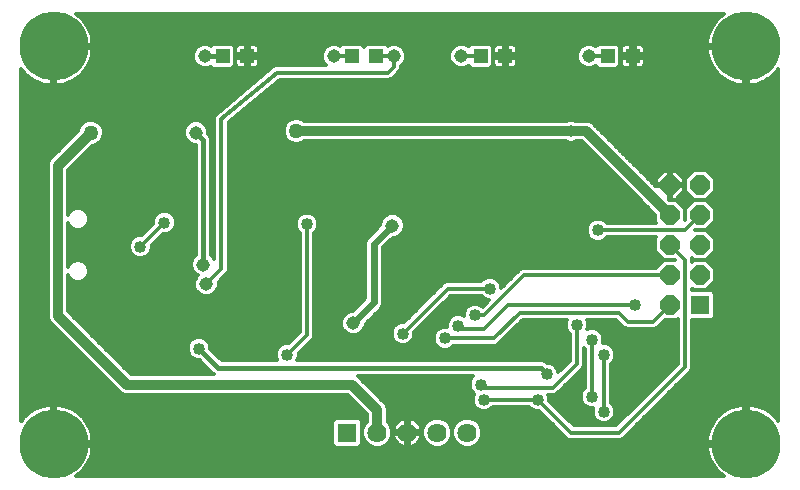
<source format=gbl>
G75*
G70*
%OFA0B0*%
%FSLAX24Y24*%
%IPPOS*%
%LPD*%
%AMOC8*
5,1,8,0,0,1.08239X$1,22.5*
%
%ADD10R,0.0472X0.0472*%
%ADD11C,0.2300*%
%ADD12R,0.0640X0.0640*%
%ADD13OC8,0.0640*%
%ADD14C,0.0640*%
%ADD15C,0.0120*%
%ADD16C,0.0450*%
%ADD17C,0.0400*%
%ADD18C,0.0500*%
%ADD19C,0.0320*%
%ADD20C,0.0240*%
%ADD21C,0.0160*%
D10*
X008313Y019213D03*
X009140Y019213D03*
X012613Y019213D03*
X013440Y019213D03*
X016913Y019213D03*
X017740Y019213D03*
X021163Y019213D03*
X021990Y019213D03*
D11*
X025772Y019537D03*
X002681Y019537D03*
X002681Y006289D03*
X025772Y006289D03*
D12*
X024226Y010913D03*
X012476Y006663D03*
D13*
X023226Y010913D03*
X023226Y011913D03*
X024226Y011913D03*
X024226Y012913D03*
X023226Y012913D03*
X023226Y013913D03*
X024226Y013913D03*
X024226Y014913D03*
X023226Y014913D03*
D14*
X016476Y006663D03*
X015476Y006663D03*
X014476Y006663D03*
X013476Y006663D03*
D15*
X003462Y005236D02*
X003438Y005219D01*
X025015Y005219D01*
X024990Y005236D01*
X024891Y005318D01*
X024800Y005409D01*
X024718Y005508D01*
X024647Y005615D01*
X024586Y005729D01*
X024537Y005847D01*
X024499Y005971D01*
X024474Y006097D01*
X024462Y006225D01*
X024462Y006229D01*
X025712Y006229D01*
X025712Y006349D01*
X024462Y006349D01*
X024462Y006354D01*
X024474Y006482D01*
X024499Y006608D01*
X024537Y006731D01*
X024586Y006850D01*
X024647Y006964D01*
X024718Y007071D01*
X024800Y007170D01*
X024891Y007261D01*
X024990Y007343D01*
X025097Y007414D01*
X025211Y007475D01*
X025330Y007524D01*
X025453Y007562D01*
X025579Y007587D01*
X025707Y007599D01*
X025712Y007599D01*
X025712Y006350D01*
X025832Y006350D01*
X025832Y007599D01*
X025836Y007599D01*
X025964Y007587D01*
X026090Y007562D01*
X026214Y007524D01*
X026332Y007475D01*
X026446Y007414D01*
X026553Y007343D01*
X026653Y007261D01*
X026744Y007170D01*
X026825Y007071D01*
X026842Y007046D01*
X026842Y018781D01*
X026825Y018756D01*
X026744Y018657D01*
X026653Y018566D01*
X026553Y018484D01*
X026446Y018412D01*
X026332Y018352D01*
X026214Y018302D01*
X026090Y018265D01*
X025964Y018240D01*
X025836Y018227D01*
X025832Y018227D01*
X025832Y019477D01*
X025712Y019477D01*
X025712Y018227D01*
X025707Y018227D01*
X025579Y018240D01*
X025453Y018265D01*
X025330Y018302D01*
X025211Y018352D01*
X025097Y018412D01*
X024990Y018484D01*
X024891Y018566D01*
X024800Y018657D01*
X024718Y018756D01*
X024647Y018863D01*
X024586Y018977D01*
X024537Y019096D01*
X024499Y019219D01*
X024474Y019345D01*
X024462Y019473D01*
X024462Y019477D01*
X025712Y019477D01*
X025712Y019597D01*
X024462Y019597D01*
X024462Y019602D01*
X024474Y019730D01*
X024499Y019856D01*
X024537Y019979D01*
X024586Y020098D01*
X024647Y020212D01*
X024718Y020319D01*
X024800Y020418D01*
X024891Y020509D01*
X024990Y020591D01*
X025015Y020607D01*
X003438Y020607D01*
X003462Y020591D01*
X003562Y020509D01*
X003653Y020418D01*
X003735Y020319D01*
X003806Y020212D01*
X003867Y020098D01*
X003916Y019979D01*
X003953Y019856D01*
X003979Y019730D01*
X003991Y019602D01*
X003991Y019597D01*
X002741Y019597D01*
X002741Y019477D01*
X002741Y018227D01*
X002746Y018227D01*
X002874Y018240D01*
X003000Y018265D01*
X003123Y018302D01*
X003242Y018352D01*
X003355Y018412D01*
X003462Y018484D01*
X003562Y018566D01*
X003653Y018657D01*
X003735Y018756D01*
X003806Y018863D01*
X003867Y018977D01*
X003916Y019096D01*
X003953Y019219D01*
X003979Y019345D01*
X003991Y019473D01*
X003991Y019477D01*
X002741Y019477D01*
X002621Y019477D01*
X002621Y018227D01*
X002617Y018227D01*
X002489Y018240D01*
X002362Y018265D01*
X002239Y018302D01*
X002120Y018352D01*
X002007Y018412D01*
X001900Y018484D01*
X001800Y018566D01*
X001709Y018657D01*
X001628Y018756D01*
X001611Y018781D01*
X001611Y007046D01*
X001628Y007071D01*
X001709Y007170D01*
X001800Y007261D01*
X001900Y007343D01*
X002007Y007414D01*
X002120Y007475D01*
X002239Y007524D01*
X002362Y007562D01*
X002489Y007587D01*
X002617Y007599D01*
X002621Y007599D01*
X002621Y006350D01*
X002741Y006350D01*
X002741Y007599D01*
X002746Y007599D01*
X002874Y007587D01*
X003000Y007562D01*
X003123Y007524D01*
X003242Y007475D01*
X003355Y007414D01*
X003462Y007343D01*
X003562Y007261D01*
X003653Y007170D01*
X003735Y007071D01*
X003806Y006964D01*
X003867Y006850D01*
X003916Y006731D01*
X003953Y006608D01*
X003979Y006482D01*
X003991Y006354D01*
X003991Y006349D01*
X002741Y006349D01*
X002741Y006229D01*
X003991Y006229D01*
X003991Y006225D01*
X003979Y006097D01*
X003953Y005971D01*
X003916Y005847D01*
X003867Y005729D01*
X003806Y005615D01*
X003735Y005508D01*
X003653Y005409D01*
X003562Y005318D01*
X003462Y005236D01*
X003512Y005276D02*
X024941Y005276D01*
X024813Y005395D02*
X003639Y005395D01*
X003738Y005514D02*
X024715Y005514D01*
X024638Y005632D02*
X003815Y005632D01*
X003876Y005751D02*
X024577Y005751D01*
X024530Y005869D02*
X003923Y005869D01*
X003957Y005988D02*
X024496Y005988D01*
X024473Y006106D02*
X003979Y006106D01*
X003991Y006225D02*
X012020Y006225D01*
X011976Y006269D02*
X012082Y006163D01*
X012871Y006163D01*
X012976Y006269D01*
X012976Y007058D01*
X012871Y007163D01*
X012082Y007163D01*
X011976Y007058D01*
X011976Y006269D01*
X011976Y006343D02*
X002741Y006343D01*
X002741Y006462D02*
X002621Y006462D01*
X002621Y006580D02*
X002741Y006580D01*
X002741Y006699D02*
X002621Y006699D01*
X002621Y006818D02*
X002741Y006818D01*
X002741Y006936D02*
X002621Y006936D01*
X002621Y007055D02*
X002741Y007055D01*
X002741Y007173D02*
X002621Y007173D01*
X002621Y007292D02*
X002741Y007292D01*
X002741Y007410D02*
X002621Y007410D01*
X002621Y007529D02*
X002741Y007529D01*
X003108Y007529D02*
X012880Y007529D01*
X012762Y007647D02*
X001611Y007647D01*
X001611Y007529D02*
X002254Y007529D01*
X002001Y007410D02*
X001611Y007410D01*
X001611Y007292D02*
X001838Y007292D01*
X001712Y007173D02*
X001611Y007173D01*
X001611Y007055D02*
X001617Y007055D01*
X001611Y007766D02*
X012643Y007766D01*
X012525Y007884D02*
X001611Y007884D01*
X001611Y008003D02*
X004906Y008003D01*
X004934Y007975D02*
X005059Y007923D01*
X005194Y007923D01*
X012486Y007923D01*
X013136Y007273D01*
X013136Y007030D01*
X013053Y006947D01*
X012976Y006763D01*
X012976Y006564D01*
X013053Y006380D01*
X013193Y006239D01*
X013377Y006163D01*
X013576Y006163D01*
X013760Y006239D01*
X013900Y006380D01*
X013976Y006564D01*
X013976Y006763D01*
X013900Y006947D01*
X013816Y007030D01*
X013816Y007346D01*
X013816Y007481D01*
X013765Y007606D01*
X012819Y008552D01*
X012815Y008553D01*
X016679Y008553D01*
X016604Y008479D01*
X016546Y008339D01*
X016546Y008188D01*
X016604Y008048D01*
X016695Y007957D01*
X016646Y007839D01*
X016646Y007688D01*
X016704Y007548D01*
X016811Y007441D01*
X016951Y007383D01*
X017102Y007383D01*
X017242Y007441D01*
X017324Y007523D01*
X018529Y007523D01*
X018611Y007441D01*
X018751Y007383D01*
X018867Y007383D01*
X019790Y006460D01*
X019879Y006423D01*
X019974Y006423D01*
X021479Y006423D01*
X021574Y006423D01*
X021662Y006460D01*
X023862Y008660D01*
X023862Y008660D01*
X023930Y008727D01*
X023966Y008816D01*
X023966Y010413D01*
X024621Y010413D01*
X024726Y010519D01*
X024726Y011308D01*
X024621Y011413D01*
X023966Y011413D01*
X023966Y011466D01*
X024019Y011413D01*
X024434Y011413D01*
X024726Y011706D01*
X024726Y012120D01*
X024434Y012413D01*
X024726Y012706D01*
X024726Y013120D01*
X024434Y013413D01*
X024726Y013706D01*
X024726Y014120D01*
X024434Y014413D01*
X024726Y014706D01*
X024726Y015120D01*
X024434Y015413D01*
X024019Y015413D01*
X023726Y015120D01*
X023726Y014706D01*
X024019Y014413D01*
X024434Y014413D01*
X024019Y014413D01*
X023726Y014120D01*
X023434Y014413D01*
X023207Y014413D01*
X023186Y014434D01*
X023186Y014873D01*
X022747Y014873D01*
X020715Y016906D01*
X020619Y017002D01*
X020494Y017053D01*
X020099Y017053D01*
X020002Y017093D01*
X019851Y017093D01*
X019754Y017053D01*
X011045Y017053D01*
X011020Y017078D01*
X010862Y017143D01*
X010691Y017143D01*
X010533Y017078D01*
X010412Y016957D01*
X010346Y016799D01*
X010346Y016628D01*
X010412Y016470D01*
X010533Y016349D01*
X010691Y016283D01*
X010862Y016283D01*
X011020Y016349D01*
X011045Y016373D01*
X019754Y016373D01*
X019851Y016333D01*
X020002Y016333D01*
X020099Y016373D01*
X020286Y016373D01*
X022726Y013933D01*
X022726Y013706D01*
X022779Y013653D01*
X021124Y013653D01*
X021042Y013736D01*
X020902Y013793D01*
X020751Y013793D01*
X020611Y013736D01*
X020504Y013629D01*
X020446Y013489D01*
X020446Y013338D01*
X020504Y013198D01*
X020611Y013091D01*
X020751Y013033D01*
X020902Y013033D01*
X021042Y013091D01*
X021124Y013173D01*
X022779Y013173D01*
X022726Y013120D01*
X022726Y012706D01*
X023019Y012413D01*
X022759Y012153D01*
X018424Y012153D01*
X018329Y012153D01*
X018240Y012117D01*
X017606Y011483D01*
X017606Y011539D01*
X017549Y011679D01*
X017442Y011786D01*
X017302Y011843D01*
X017151Y011843D01*
X017011Y011786D01*
X016929Y011703D01*
X015874Y011703D01*
X015779Y011703D01*
X015690Y011667D01*
X014367Y010343D01*
X014251Y010343D01*
X014111Y010286D01*
X014004Y010179D01*
X013946Y010039D01*
X013946Y009888D01*
X014004Y009748D01*
X014111Y009641D01*
X014251Y009583D01*
X014402Y009583D01*
X014542Y009641D01*
X014649Y009748D01*
X014706Y009888D01*
X014706Y010004D01*
X015926Y011223D01*
X016929Y011223D01*
X017011Y011141D01*
X017151Y011083D01*
X017207Y011083D01*
X016980Y010857D01*
X016942Y010895D01*
X016802Y010953D01*
X016651Y010953D01*
X016511Y010895D01*
X016404Y010788D01*
X016346Y010649D01*
X016346Y010559D01*
X016245Y010601D01*
X016093Y010601D01*
X015954Y010543D01*
X015847Y010436D01*
X015789Y010296D01*
X015789Y010186D01*
X015651Y010186D01*
X015511Y010128D01*
X015404Y010021D01*
X015346Y009881D01*
X015346Y009730D01*
X015404Y009591D01*
X015511Y009484D01*
X015651Y009426D01*
X015802Y009426D01*
X015942Y009484D01*
X016024Y009566D01*
X017321Y009566D01*
X017417Y009566D01*
X017505Y009602D01*
X018326Y010423D01*
X019781Y010423D01*
X019746Y010339D01*
X019746Y010188D01*
X019804Y010048D01*
X019886Y009966D01*
X019886Y009063D01*
X019506Y008683D01*
X019506Y008689D01*
X019449Y008829D01*
X019342Y008936D01*
X019202Y008993D01*
X019114Y008993D01*
X019074Y009034D01*
X018978Y009073D01*
X018875Y009073D01*
X010809Y009073D01*
X010856Y009188D01*
X010856Y009304D01*
X011330Y009777D01*
X011366Y009866D01*
X011366Y009961D01*
X011366Y013316D01*
X011449Y013398D01*
X011506Y013538D01*
X011506Y013689D01*
X011449Y013829D01*
X011342Y013936D01*
X011202Y013993D01*
X011051Y013993D01*
X010911Y013936D01*
X010804Y013829D01*
X010746Y013689D01*
X010746Y013538D01*
X010804Y013398D01*
X010886Y013316D01*
X010886Y010013D01*
X010517Y009643D01*
X010401Y009643D01*
X010261Y009586D01*
X010154Y009479D01*
X010096Y009339D01*
X010096Y009188D01*
X010144Y009073D01*
X008284Y009073D01*
X007906Y009451D01*
X007906Y009539D01*
X007849Y009679D01*
X007742Y009786D01*
X007602Y009843D01*
X007451Y009843D01*
X007311Y009786D01*
X007204Y009679D01*
X007146Y009539D01*
X007146Y009388D01*
X007204Y009248D01*
X007311Y009141D01*
X007451Y009083D01*
X007539Y009083D01*
X007956Y008666D01*
X008019Y008603D01*
X005267Y008603D01*
X003166Y010704D01*
X003166Y011923D01*
X003199Y011845D01*
X003299Y011744D01*
X003430Y011690D01*
X003572Y011690D01*
X003704Y011744D01*
X003804Y011845D01*
X003859Y011976D01*
X003859Y012118D01*
X003804Y012250D01*
X003704Y012350D01*
X003572Y012404D01*
X003430Y012404D01*
X003299Y012350D01*
X003199Y012250D01*
X003166Y012172D01*
X003166Y013655D01*
X003199Y013577D01*
X003299Y013477D01*
X003430Y013422D01*
X003572Y013422D01*
X003704Y013477D01*
X003804Y013577D01*
X003859Y013708D01*
X003859Y013851D01*
X003804Y013982D01*
X003704Y014082D01*
X003572Y014137D01*
X003430Y014137D01*
X003299Y014082D01*
X003199Y013982D01*
X003166Y013904D01*
X003166Y015423D01*
X003977Y016233D01*
X004012Y016233D01*
X004170Y016299D01*
X004291Y016420D01*
X004356Y016578D01*
X004356Y016749D01*
X004291Y016907D01*
X004170Y017028D01*
X004012Y017093D01*
X003841Y017093D01*
X003683Y017028D01*
X003562Y016907D01*
X003496Y016749D01*
X003496Y016714D01*
X002538Y015756D01*
X002486Y015631D01*
X002486Y015496D01*
X002486Y010631D01*
X002486Y010496D01*
X002538Y010371D01*
X004934Y007975D01*
X004788Y008121D02*
X001611Y008121D01*
X001611Y008240D02*
X004669Y008240D01*
X004550Y008359D02*
X001611Y008359D01*
X001611Y008477D02*
X004432Y008477D01*
X004313Y008596D02*
X001611Y008596D01*
X001611Y008714D02*
X004195Y008714D01*
X004076Y008833D02*
X001611Y008833D01*
X001611Y008951D02*
X003958Y008951D01*
X003839Y009070D02*
X001611Y009070D01*
X001611Y009188D02*
X003721Y009188D01*
X003602Y009307D02*
X001611Y009307D01*
X001611Y009425D02*
X003484Y009425D01*
X003365Y009544D02*
X001611Y009544D01*
X001611Y009663D02*
X003246Y009663D01*
X003128Y009781D02*
X001611Y009781D01*
X001611Y009900D02*
X003009Y009900D01*
X002891Y010018D02*
X001611Y010018D01*
X001611Y010137D02*
X002772Y010137D01*
X002654Y010255D02*
X001611Y010255D01*
X001611Y010374D02*
X002537Y010374D01*
X002488Y010492D02*
X001611Y010492D01*
X001611Y010611D02*
X002486Y010611D01*
X002486Y010729D02*
X001611Y010729D01*
X001611Y010848D02*
X002486Y010848D01*
X002486Y010967D02*
X001611Y010967D01*
X001611Y011085D02*
X002486Y011085D01*
X002486Y011204D02*
X001611Y011204D01*
X001611Y011322D02*
X002486Y011322D01*
X002486Y011441D02*
X001611Y011441D01*
X001611Y011559D02*
X002486Y011559D01*
X002486Y011678D02*
X001611Y011678D01*
X001611Y011796D02*
X002486Y011796D01*
X002486Y011915D02*
X001611Y011915D01*
X001611Y012033D02*
X002486Y012033D01*
X002486Y012152D02*
X001611Y012152D01*
X001611Y012271D02*
X002486Y012271D01*
X002486Y012389D02*
X001611Y012389D01*
X001611Y012508D02*
X002486Y012508D01*
X002486Y012626D02*
X001611Y012626D01*
X001611Y012745D02*
X002486Y012745D01*
X002486Y012863D02*
X001611Y012863D01*
X001611Y012982D02*
X002486Y012982D01*
X002486Y013100D02*
X001611Y013100D01*
X001611Y013219D02*
X002486Y013219D01*
X002486Y013337D02*
X001611Y013337D01*
X001611Y013456D02*
X002486Y013456D01*
X002486Y013574D02*
X001611Y013574D01*
X001611Y013693D02*
X002486Y013693D01*
X002486Y013812D02*
X001611Y013812D01*
X001611Y013930D02*
X002486Y013930D01*
X002486Y014049D02*
X001611Y014049D01*
X001611Y014167D02*
X002486Y014167D01*
X002486Y014286D02*
X001611Y014286D01*
X001611Y014404D02*
X002486Y014404D01*
X002486Y014523D02*
X001611Y014523D01*
X001611Y014641D02*
X002486Y014641D01*
X002486Y014760D02*
X001611Y014760D01*
X001611Y014878D02*
X002486Y014878D01*
X002486Y014997D02*
X001611Y014997D01*
X001611Y015116D02*
X002486Y015116D01*
X002486Y015234D02*
X001611Y015234D01*
X001611Y015353D02*
X002486Y015353D01*
X002486Y015471D02*
X001611Y015471D01*
X001611Y015590D02*
X002486Y015590D01*
X002519Y015708D02*
X001611Y015708D01*
X001611Y015827D02*
X002609Y015827D01*
X002728Y015945D02*
X001611Y015945D01*
X001611Y016064D02*
X002846Y016064D01*
X002965Y016182D02*
X001611Y016182D01*
X001611Y016301D02*
X003083Y016301D01*
X003202Y016420D02*
X001611Y016420D01*
X001611Y016538D02*
X003320Y016538D01*
X003439Y016657D02*
X001611Y016657D01*
X001611Y016775D02*
X003507Y016775D01*
X003556Y016894D02*
X001611Y016894D01*
X001611Y017012D02*
X003667Y017012D01*
X004186Y017012D02*
X007210Y017012D01*
X007197Y017007D02*
X007083Y016893D01*
X007021Y016744D01*
X007021Y016583D01*
X007083Y016434D01*
X007197Y016320D01*
X007346Y016258D01*
X007416Y016258D01*
X007416Y012576D01*
X007333Y012493D01*
X007271Y012344D01*
X007271Y012183D01*
X007333Y012034D01*
X007447Y011920D01*
X007492Y011901D01*
X007433Y011843D01*
X007371Y011694D01*
X007371Y011533D01*
X007433Y011384D01*
X007547Y011270D01*
X007696Y011208D01*
X007857Y011208D01*
X008006Y011270D01*
X008120Y011384D01*
X008181Y011533D01*
X008181Y011679D01*
X008412Y011910D01*
X008412Y011910D01*
X008480Y011977D01*
X008516Y012066D01*
X008516Y017001D01*
X010214Y018423D01*
X013874Y018423D01*
X013962Y018460D01*
X014030Y018527D01*
X014230Y018727D01*
X014266Y018816D01*
X014266Y018881D01*
X014370Y018984D01*
X014431Y019133D01*
X014431Y019294D01*
X014370Y019443D01*
X014256Y019557D01*
X014107Y019618D01*
X013946Y019618D01*
X013816Y019564D01*
X013751Y019630D01*
X013129Y019630D01*
X013026Y019527D01*
X012924Y019630D01*
X012302Y019630D01*
X012237Y019564D01*
X012107Y019618D01*
X011946Y019618D01*
X011797Y019557D01*
X011683Y019443D01*
X011621Y019294D01*
X011621Y019133D01*
X011683Y018984D01*
X011764Y018903D01*
X010137Y018903D01*
X010100Y018907D01*
X010090Y018903D01*
X010079Y018903D01*
X010044Y018889D01*
X010009Y018878D01*
X010001Y018871D01*
X009990Y018867D01*
X009964Y018841D01*
X008151Y017321D01*
X008140Y017317D01*
X008114Y017290D01*
X008086Y017267D01*
X008081Y017257D01*
X008073Y017249D01*
X001611Y017249D01*
X001611Y017131D02*
X008036Y017131D01*
X008036Y017124D02*
X008036Y017161D01*
X008041Y017171D01*
X008042Y017182D01*
X008059Y017215D01*
X008073Y017249D01*
X008036Y017124D02*
X008033Y017087D01*
X008036Y017076D01*
X008036Y012452D01*
X008020Y012493D01*
X007936Y012576D01*
X007936Y016362D01*
X007936Y016465D01*
X007897Y016561D01*
X007831Y016626D01*
X007831Y016744D01*
X007770Y016893D01*
X007656Y017007D01*
X007507Y017068D01*
X007346Y017068D01*
X007197Y017007D01*
X007084Y016894D02*
X004296Y016894D01*
X004346Y016775D02*
X007034Y016775D01*
X007021Y016657D02*
X004356Y016657D01*
X004340Y016538D02*
X007040Y016538D01*
X007098Y016420D02*
X004291Y016420D01*
X004172Y016301D02*
X007243Y016301D01*
X007416Y016182D02*
X003926Y016182D01*
X003808Y016064D02*
X007416Y016064D01*
X007416Y015945D02*
X003689Y015945D01*
X003571Y015827D02*
X007416Y015827D01*
X007416Y015708D02*
X003452Y015708D01*
X003334Y015590D02*
X007416Y015590D01*
X007416Y015471D02*
X003215Y015471D01*
X003166Y015353D02*
X007416Y015353D01*
X007416Y015234D02*
X003166Y015234D01*
X003166Y015116D02*
X007416Y015116D01*
X007416Y014997D02*
X003166Y014997D01*
X003166Y014878D02*
X007416Y014878D01*
X007416Y014760D02*
X003166Y014760D01*
X003166Y014641D02*
X007416Y014641D01*
X007416Y014523D02*
X003166Y014523D01*
X003166Y014404D02*
X007416Y014404D01*
X007416Y014286D02*
X003166Y014286D01*
X003166Y014167D02*
X007416Y014167D01*
X007416Y014049D02*
X003737Y014049D01*
X003826Y013930D02*
X006106Y013930D01*
X006054Y013879D02*
X006161Y013986D01*
X006301Y014043D01*
X006452Y014043D01*
X006592Y013986D01*
X006699Y013879D01*
X006756Y013739D01*
X006756Y013588D01*
X006699Y013448D01*
X006592Y013341D01*
X006452Y013283D01*
X006336Y013283D01*
X005956Y012904D01*
X005956Y012788D01*
X005899Y012648D01*
X005792Y012541D01*
X005652Y012483D01*
X005501Y012483D01*
X005361Y012541D01*
X005254Y012648D01*
X005196Y012788D01*
X005196Y012939D01*
X005254Y013079D01*
X005361Y013186D01*
X005501Y013243D01*
X005617Y013243D01*
X005996Y013623D01*
X005996Y013739D01*
X006054Y013879D01*
X006027Y013812D02*
X003859Y013812D01*
X003852Y013693D02*
X005996Y013693D01*
X005948Y013574D02*
X003801Y013574D01*
X003654Y013456D02*
X005830Y013456D01*
X005711Y013337D02*
X003166Y013337D01*
X003166Y013219D02*
X005442Y013219D01*
X005276Y013100D02*
X003166Y013100D01*
X003166Y012982D02*
X005214Y012982D01*
X005196Y012863D02*
X003166Y012863D01*
X003166Y012745D02*
X005214Y012745D01*
X005276Y012626D02*
X003166Y012626D01*
X003166Y012508D02*
X005442Y012508D01*
X005710Y012508D02*
X007348Y012508D01*
X007290Y012389D02*
X003609Y012389D01*
X003783Y012271D02*
X007271Y012271D01*
X007284Y012152D02*
X003845Y012152D01*
X003859Y012033D02*
X007334Y012033D01*
X007459Y011915D02*
X003833Y011915D01*
X003756Y011796D02*
X007414Y011796D01*
X007371Y011678D02*
X003166Y011678D01*
X003166Y011796D02*
X003247Y011796D01*
X003170Y011915D02*
X003166Y011915D01*
X003166Y012271D02*
X003220Y012271D01*
X003166Y012389D02*
X003393Y012389D01*
X003166Y011559D02*
X007371Y011559D01*
X007410Y011441D02*
X003166Y011441D01*
X003166Y011322D02*
X007495Y011322D01*
X007776Y011613D02*
X008276Y012113D01*
X008276Y017113D01*
X010126Y018663D01*
X013826Y018663D01*
X014026Y018863D01*
X014026Y019213D01*
X013440Y019213D01*
X013760Y019620D02*
X016593Y019620D01*
X016602Y019630D02*
X016518Y019545D01*
X016506Y019557D01*
X016357Y019618D01*
X016196Y019618D01*
X016047Y019557D01*
X015933Y019443D01*
X015871Y019294D01*
X015871Y019133D01*
X015933Y018984D01*
X016047Y018870D01*
X016196Y018808D01*
X016357Y018808D01*
X016506Y018870D01*
X016518Y018882D01*
X016602Y018797D01*
X017224Y018797D01*
X017329Y018903D01*
X017329Y019524D01*
X017224Y019630D01*
X016602Y019630D01*
X016913Y019213D02*
X016276Y019213D01*
X015992Y019502D02*
X014311Y019502D01*
X014394Y019383D02*
X015908Y019383D01*
X015871Y019265D02*
X014431Y019265D01*
X014431Y019146D02*
X015871Y019146D01*
X015915Y019027D02*
X014388Y019027D01*
X014295Y018909D02*
X016008Y018909D01*
X017329Y018909D02*
X017358Y018909D01*
X017355Y018915D02*
X017376Y018879D01*
X017405Y018849D01*
X017442Y018828D01*
X017483Y018817D01*
X017682Y018817D01*
X017682Y019155D01*
X017798Y019155D01*
X017798Y018817D01*
X017997Y018817D01*
X018038Y018828D01*
X018074Y018849D01*
X018104Y018879D01*
X018125Y018915D01*
X018136Y018956D01*
X018136Y019155D01*
X017798Y019155D01*
X017798Y019271D01*
X018136Y019271D01*
X018136Y019471D01*
X018125Y019511D01*
X018104Y019548D01*
X018074Y019578D01*
X018038Y019599D01*
X017997Y019610D01*
X017798Y019610D01*
X017798Y019272D01*
X017682Y019272D01*
X017682Y019610D01*
X017483Y019610D01*
X017442Y019599D01*
X017405Y019578D01*
X017376Y019548D01*
X017355Y019511D01*
X017344Y019471D01*
X017344Y019271D01*
X017681Y019271D01*
X017681Y019155D01*
X017344Y019155D01*
X017344Y018956D01*
X017355Y018915D01*
X017344Y019027D02*
X017329Y019027D01*
X017329Y019146D02*
X017344Y019146D01*
X017329Y019265D02*
X017681Y019265D01*
X017798Y019265D02*
X020121Y019265D01*
X020121Y019294D02*
X020121Y019133D01*
X020183Y018984D01*
X020297Y018870D01*
X020446Y018808D01*
X020607Y018808D01*
X020756Y018870D01*
X020768Y018882D01*
X020852Y018797D01*
X021474Y018797D01*
X021579Y018903D01*
X021579Y019524D01*
X021474Y019630D01*
X020852Y019630D01*
X020768Y019545D01*
X020756Y019557D01*
X020607Y019618D01*
X020446Y019618D01*
X020297Y019557D01*
X020183Y019443D01*
X020121Y019294D01*
X020158Y019383D02*
X018136Y019383D01*
X018128Y019502D02*
X020242Y019502D01*
X020526Y019213D02*
X021163Y019213D01*
X021579Y019265D02*
X021931Y019265D01*
X021931Y019271D02*
X021931Y019155D01*
X021594Y019155D01*
X021594Y018956D01*
X021605Y018915D01*
X021626Y018879D01*
X021655Y018849D01*
X021692Y018828D01*
X021733Y018817D01*
X021932Y018817D01*
X021932Y019155D01*
X022048Y019155D01*
X022048Y018817D01*
X022247Y018817D01*
X022288Y018828D01*
X022324Y018849D01*
X022354Y018879D01*
X022375Y018915D01*
X022386Y018956D01*
X022386Y019155D01*
X022048Y019155D01*
X022048Y019271D01*
X022386Y019271D01*
X022386Y019471D01*
X022375Y019511D01*
X022354Y019548D01*
X022324Y019578D01*
X022288Y019599D01*
X022247Y019610D01*
X022048Y019610D01*
X022048Y019272D01*
X021932Y019272D01*
X021932Y019610D01*
X021733Y019610D01*
X021692Y019599D01*
X021655Y019578D01*
X021626Y019548D01*
X021605Y019511D01*
X021594Y019471D01*
X021594Y019271D01*
X021931Y019271D01*
X021932Y019383D02*
X022048Y019383D01*
X022048Y019265D02*
X024490Y019265D01*
X024471Y019383D02*
X022386Y019383D01*
X022378Y019502D02*
X025712Y019502D01*
X025712Y019383D02*
X025832Y019383D01*
X025832Y019265D02*
X025712Y019265D01*
X025712Y019146D02*
X025832Y019146D01*
X025832Y019027D02*
X025712Y019027D01*
X025712Y018909D02*
X025832Y018909D01*
X025832Y018790D02*
X025712Y018790D01*
X025712Y018672D02*
X025832Y018672D01*
X025832Y018553D02*
X025712Y018553D01*
X025712Y018435D02*
X025832Y018435D01*
X025832Y018316D02*
X025712Y018316D01*
X025297Y018316D02*
X010086Y018316D01*
X009944Y018198D02*
X026842Y018198D01*
X026842Y018316D02*
X026247Y018316D01*
X026479Y018435D02*
X026842Y018435D01*
X026842Y018553D02*
X026638Y018553D01*
X026756Y018672D02*
X026842Y018672D01*
X026842Y018079D02*
X009803Y018079D01*
X009661Y017961D02*
X026842Y017961D01*
X026842Y017842D02*
X009520Y017842D01*
X009378Y017724D02*
X026842Y017724D01*
X026842Y017605D02*
X009237Y017605D01*
X009095Y017486D02*
X026842Y017486D01*
X026842Y017368D02*
X008954Y017368D01*
X008812Y017249D02*
X026842Y017249D01*
X026842Y017131D02*
X010892Y017131D01*
X010661Y017131D02*
X008671Y017131D01*
X008529Y017012D02*
X010467Y017012D01*
X010386Y016894D02*
X008516Y016894D01*
X008516Y016775D02*
X010346Y016775D01*
X010346Y016657D02*
X008516Y016657D01*
X008516Y016538D02*
X010384Y016538D01*
X010462Y016420D02*
X008516Y016420D01*
X008516Y016301D02*
X010648Y016301D01*
X010904Y016301D02*
X020358Y016301D01*
X020477Y016182D02*
X008516Y016182D01*
X008516Y016064D02*
X020595Y016064D01*
X020714Y015945D02*
X008516Y015945D01*
X008516Y015827D02*
X020832Y015827D01*
X020951Y015708D02*
X008516Y015708D01*
X008516Y015590D02*
X021069Y015590D01*
X021188Y015471D02*
X008516Y015471D01*
X008516Y015353D02*
X021306Y015353D01*
X021425Y015234D02*
X008516Y015234D01*
X008516Y015116D02*
X021543Y015116D01*
X021662Y014997D02*
X008516Y014997D01*
X008516Y014878D02*
X021781Y014878D01*
X021899Y014760D02*
X008516Y014760D01*
X008516Y014641D02*
X022018Y014641D01*
X022136Y014523D02*
X008516Y014523D01*
X008516Y014404D02*
X022255Y014404D01*
X022373Y014286D02*
X008516Y014286D01*
X008516Y014167D02*
X022492Y014167D01*
X022610Y014049D02*
X008516Y014049D01*
X008516Y013930D02*
X010906Y013930D01*
X010797Y013812D02*
X008516Y013812D01*
X008516Y013693D02*
X010748Y013693D01*
X010746Y013574D02*
X008516Y013574D01*
X008516Y013456D02*
X010780Y013456D01*
X010865Y013337D02*
X008516Y013337D01*
X008516Y013219D02*
X010886Y013219D01*
X010886Y013100D02*
X008516Y013100D01*
X008516Y012982D02*
X010886Y012982D01*
X010886Y012863D02*
X008516Y012863D01*
X008516Y012745D02*
X010886Y012745D01*
X010886Y012626D02*
X008516Y012626D01*
X008516Y012508D02*
X010886Y012508D01*
X010886Y012389D02*
X008516Y012389D01*
X008516Y012271D02*
X010886Y012271D01*
X010886Y012152D02*
X008516Y012152D01*
X008503Y012033D02*
X010886Y012033D01*
X010886Y011915D02*
X008417Y011915D01*
X008299Y011796D02*
X010886Y011796D01*
X010886Y011678D02*
X008181Y011678D01*
X008181Y011559D02*
X010886Y011559D01*
X010886Y011441D02*
X008143Y011441D01*
X008058Y011322D02*
X010886Y011322D01*
X010886Y011204D02*
X003166Y011204D01*
X003166Y011085D02*
X010886Y011085D01*
X010886Y010967D02*
X003166Y010967D01*
X003166Y010848D02*
X010886Y010848D01*
X010886Y010729D02*
X003166Y010729D01*
X003260Y010611D02*
X010886Y010611D01*
X010886Y010492D02*
X003378Y010492D01*
X003497Y010374D02*
X010886Y010374D01*
X010886Y010255D02*
X003615Y010255D01*
X003734Y010137D02*
X010886Y010137D01*
X010886Y010018D02*
X003852Y010018D01*
X003971Y009900D02*
X010773Y009900D01*
X010655Y009781D02*
X007746Y009781D01*
X007855Y009663D02*
X010536Y009663D01*
X010220Y009544D02*
X007904Y009544D01*
X007932Y009425D02*
X010132Y009425D01*
X010096Y009307D02*
X008051Y009307D01*
X008169Y009188D02*
X010096Y009188D01*
X010476Y009263D02*
X011126Y009913D01*
X011126Y013613D01*
X011388Y013337D02*
X013326Y013337D01*
X013208Y013219D02*
X011366Y013219D01*
X011366Y013100D02*
X013108Y013100D01*
X013122Y013133D02*
X013076Y013023D01*
X013076Y012904D01*
X013076Y011138D01*
X012657Y010718D01*
X012596Y010718D01*
X012447Y010657D01*
X012333Y010543D01*
X012271Y010394D01*
X012271Y010233D01*
X012333Y010084D01*
X012447Y009970D01*
X012596Y009908D01*
X012757Y009908D01*
X012906Y009970D01*
X013020Y010084D01*
X013081Y010233D01*
X013081Y010294D01*
X013546Y010759D01*
X013546Y010759D01*
X013631Y010843D01*
X013676Y010954D01*
X013676Y012839D01*
X013996Y013158D01*
X014057Y013158D01*
X014206Y013220D01*
X014320Y013334D01*
X014381Y013483D01*
X014381Y013644D01*
X014320Y013793D01*
X014206Y013907D01*
X014057Y013968D01*
X013896Y013968D01*
X013747Y013907D01*
X013633Y013793D01*
X013571Y013644D01*
X013571Y013583D01*
X013122Y013133D01*
X013076Y012982D02*
X011366Y012982D01*
X011366Y012863D02*
X013076Y012863D01*
X013076Y012745D02*
X011366Y012745D01*
X011366Y012626D02*
X013076Y012626D01*
X013076Y012508D02*
X011366Y012508D01*
X011366Y012389D02*
X013076Y012389D01*
X013076Y012271D02*
X011366Y012271D01*
X011366Y012152D02*
X013076Y012152D01*
X013076Y012033D02*
X011366Y012033D01*
X011366Y011915D02*
X013076Y011915D01*
X013076Y011796D02*
X011366Y011796D01*
X011366Y011678D02*
X013076Y011678D01*
X013076Y011559D02*
X011366Y011559D01*
X011366Y011441D02*
X013076Y011441D01*
X013076Y011322D02*
X011366Y011322D01*
X011366Y011204D02*
X013076Y011204D01*
X013024Y011085D02*
X011366Y011085D01*
X011366Y010967D02*
X012905Y010967D01*
X012787Y010848D02*
X011366Y010848D01*
X011366Y010729D02*
X012668Y010729D01*
X012401Y010611D02*
X011366Y010611D01*
X011366Y010492D02*
X012312Y010492D01*
X012271Y010374D02*
X011366Y010374D01*
X011366Y010255D02*
X012271Y010255D01*
X012311Y010137D02*
X011366Y010137D01*
X011366Y010018D02*
X012399Y010018D01*
X012954Y010018D02*
X013946Y010018D01*
X013946Y009900D02*
X011366Y009900D01*
X011331Y009781D02*
X013991Y009781D01*
X014090Y009663D02*
X011215Y009663D01*
X011096Y009544D02*
X015451Y009544D01*
X015374Y009663D02*
X014563Y009663D01*
X014662Y009781D02*
X015346Y009781D01*
X015354Y009900D02*
X014706Y009900D01*
X014721Y010018D02*
X015403Y010018D01*
X015532Y010137D02*
X014839Y010137D01*
X014958Y010255D02*
X015789Y010255D01*
X015821Y010374D02*
X015076Y010374D01*
X015195Y010492D02*
X015903Y010492D01*
X016169Y010221D02*
X016269Y010121D01*
X017026Y010121D01*
X017819Y010913D01*
X022076Y010913D01*
X021526Y010663D02*
X021826Y010363D01*
X022676Y010363D01*
X023226Y010913D01*
X023486Y010466D02*
X023486Y008963D01*
X021427Y006903D01*
X020026Y006903D01*
X019206Y007723D01*
X019206Y007839D01*
X019171Y007923D01*
X019374Y007923D01*
X019462Y007960D01*
X019530Y008027D01*
X020330Y008827D01*
X020366Y008916D01*
X020366Y009011D01*
X020366Y009486D01*
X020386Y009466D01*
X020386Y008161D01*
X020304Y008079D01*
X020246Y007939D01*
X020246Y007788D01*
X020304Y007648D01*
X020411Y007541D01*
X020551Y007483D01*
X020665Y007483D01*
X020646Y007439D01*
X020646Y007288D01*
X020704Y007148D01*
X020811Y007041D01*
X020951Y006983D01*
X021102Y006983D01*
X021242Y007041D01*
X021349Y007148D01*
X021406Y007288D01*
X021406Y007439D01*
X021349Y007579D01*
X021266Y007661D01*
X021266Y008966D01*
X021349Y009048D01*
X021406Y009188D01*
X021406Y009339D01*
X021349Y009479D01*
X021242Y009586D01*
X021102Y009643D01*
X020988Y009643D01*
X021006Y009688D01*
X021006Y009839D01*
X020949Y009979D01*
X020842Y010086D01*
X020702Y010143D01*
X020551Y010143D01*
X020475Y010112D01*
X020506Y010188D01*
X020506Y010339D01*
X020471Y010423D01*
X021427Y010423D01*
X021623Y010227D01*
X021690Y010160D01*
X021779Y010123D01*
X022629Y010123D01*
X022724Y010123D01*
X022812Y010160D01*
X023066Y010413D01*
X023434Y010413D01*
X023486Y010466D01*
X023486Y010374D02*
X023026Y010374D01*
X022908Y010255D02*
X023486Y010255D01*
X023486Y010137D02*
X022756Y010137D01*
X023486Y010018D02*
X020909Y010018D01*
X020981Y009900D02*
X023486Y009900D01*
X023486Y009781D02*
X021006Y009781D01*
X020996Y009663D02*
X023486Y009663D01*
X023486Y009544D02*
X021283Y009544D01*
X021371Y009425D02*
X023486Y009425D01*
X023486Y009307D02*
X021406Y009307D01*
X021406Y009188D02*
X023486Y009188D01*
X023486Y009070D02*
X021358Y009070D01*
X021266Y008951D02*
X023475Y008951D01*
X023356Y008833D02*
X021266Y008833D01*
X021266Y008714D02*
X023238Y008714D01*
X023119Y008596D02*
X021266Y008596D01*
X021266Y008477D02*
X023001Y008477D01*
X022882Y008359D02*
X021266Y008359D01*
X021266Y008240D02*
X022764Y008240D01*
X022645Y008121D02*
X021266Y008121D01*
X021266Y008003D02*
X022527Y008003D01*
X022408Y007884D02*
X021266Y007884D01*
X021266Y007766D02*
X022290Y007766D01*
X022171Y007647D02*
X021280Y007647D01*
X021369Y007529D02*
X022052Y007529D01*
X021934Y007410D02*
X021406Y007410D01*
X021406Y007292D02*
X021815Y007292D01*
X021697Y007173D02*
X021359Y007173D01*
X021255Y007055D02*
X021578Y007055D01*
X021460Y006936D02*
X019993Y006936D01*
X019875Y007055D02*
X020798Y007055D01*
X020694Y007173D02*
X019756Y007173D01*
X019638Y007292D02*
X020646Y007292D01*
X020646Y007410D02*
X019519Y007410D01*
X019400Y007529D02*
X020441Y007529D01*
X020305Y007647D02*
X019282Y007647D01*
X019206Y007766D02*
X020256Y007766D01*
X020246Y007884D02*
X019188Y007884D01*
X019326Y008163D02*
X017026Y008163D01*
X016926Y008263D01*
X016574Y008121D02*
X013249Y008121D01*
X013368Y008003D02*
X016649Y008003D01*
X016665Y007884D02*
X013486Y007884D01*
X013605Y007766D02*
X016646Y007766D01*
X016663Y007647D02*
X013723Y007647D01*
X013797Y007529D02*
X016724Y007529D01*
X016886Y007410D02*
X013816Y007410D01*
X013816Y007292D02*
X018959Y007292D01*
X019077Y007173D02*
X013816Y007173D01*
X013816Y007055D02*
X014198Y007055D01*
X014225Y007074D02*
X014164Y007029D01*
X014110Y006976D01*
X014066Y006915D01*
X014032Y006848D01*
X014008Y006776D01*
X013997Y006703D01*
X014436Y006703D01*
X014436Y006623D01*
X013997Y006623D01*
X014008Y006551D01*
X014032Y006479D01*
X014066Y006412D01*
X014110Y006351D01*
X014164Y006297D01*
X014225Y006253D01*
X014292Y006219D01*
X014364Y006195D01*
X014436Y006184D01*
X014436Y006623D01*
X014516Y006623D01*
X014516Y006184D01*
X014589Y006195D01*
X014661Y006219D01*
X014728Y006253D01*
X014789Y006297D01*
X014843Y006351D01*
X014887Y006412D01*
X014921Y006479D01*
X014945Y006551D01*
X014956Y006623D01*
X014517Y006623D01*
X014517Y006703D01*
X014956Y006703D01*
X014945Y006776D01*
X014921Y006848D01*
X014887Y006915D01*
X014843Y006976D01*
X014789Y007029D01*
X014728Y007074D01*
X014661Y007108D01*
X014589Y007132D01*
X014516Y007143D01*
X014516Y006704D01*
X014436Y006704D01*
X014436Y007143D01*
X014364Y007132D01*
X014292Y007108D01*
X014225Y007074D01*
X014081Y006936D02*
X013905Y006936D01*
X013954Y006818D02*
X014022Y006818D01*
X013976Y006699D02*
X014436Y006699D01*
X014517Y006699D02*
X014976Y006699D01*
X014976Y006763D02*
X014976Y006564D01*
X015053Y006380D01*
X015193Y006239D01*
X015377Y006163D01*
X015576Y006163D01*
X015760Y006239D01*
X015900Y006380D01*
X015976Y006564D01*
X015976Y006763D01*
X015900Y006947D01*
X015760Y007087D01*
X015576Y007163D01*
X015377Y007163D01*
X015193Y007087D01*
X015053Y006947D01*
X014976Y006763D01*
X014999Y006818D02*
X014931Y006818D01*
X014872Y006936D02*
X015048Y006936D01*
X015161Y007055D02*
X014755Y007055D01*
X014516Y007055D02*
X014436Y007055D01*
X014436Y006936D02*
X014516Y006936D01*
X014516Y006818D02*
X014436Y006818D01*
X014436Y006580D02*
X014516Y006580D01*
X014516Y006462D02*
X014436Y006462D01*
X014436Y006343D02*
X014516Y006343D01*
X014516Y006225D02*
X014436Y006225D01*
X014280Y006225D02*
X013724Y006225D01*
X013864Y006343D02*
X014118Y006343D01*
X014040Y006462D02*
X013934Y006462D01*
X013976Y006580D02*
X014004Y006580D01*
X014673Y006225D02*
X015229Y006225D01*
X015089Y006343D02*
X014835Y006343D01*
X014912Y006462D02*
X015019Y006462D01*
X014976Y006580D02*
X014949Y006580D01*
X015724Y006225D02*
X016229Y006225D01*
X016193Y006239D02*
X016377Y006163D01*
X016576Y006163D01*
X016760Y006239D01*
X016900Y006380D01*
X016976Y006564D01*
X016976Y006763D01*
X016900Y006947D01*
X016760Y007087D01*
X016576Y007163D01*
X016377Y007163D01*
X016193Y007087D01*
X016053Y006947D01*
X015976Y006763D01*
X015976Y006564D01*
X016053Y006380D01*
X016193Y006239D01*
X016089Y006343D02*
X015864Y006343D01*
X015934Y006462D02*
X016019Y006462D01*
X015976Y006580D02*
X015976Y006580D01*
X015976Y006699D02*
X015976Y006699D01*
X015954Y006818D02*
X015999Y006818D01*
X016048Y006936D02*
X015905Y006936D01*
X015792Y007055D02*
X016161Y007055D01*
X016792Y007055D02*
X019196Y007055D01*
X019314Y006936D02*
X016905Y006936D01*
X016954Y006818D02*
X019433Y006818D01*
X019551Y006699D02*
X016976Y006699D01*
X016976Y006580D02*
X019670Y006580D01*
X019789Y006462D02*
X016934Y006462D01*
X016864Y006343D02*
X025712Y006343D01*
X025712Y006462D02*
X025832Y006462D01*
X025832Y006580D02*
X025712Y006580D01*
X025712Y006699D02*
X025832Y006699D01*
X025832Y006818D02*
X025712Y006818D01*
X025712Y006936D02*
X025832Y006936D01*
X025832Y007055D02*
X025712Y007055D01*
X025712Y007173D02*
X025832Y007173D01*
X025832Y007292D02*
X025712Y007292D01*
X025712Y007410D02*
X025832Y007410D01*
X025832Y007529D02*
X025712Y007529D01*
X025345Y007529D02*
X022731Y007529D01*
X022613Y007410D02*
X025091Y007410D01*
X024928Y007292D02*
X022494Y007292D01*
X022376Y007173D02*
X024803Y007173D01*
X024708Y007055D02*
X022257Y007055D01*
X022139Y006936D02*
X024632Y006936D01*
X024573Y006818D02*
X022020Y006818D01*
X021901Y006699D02*
X024527Y006699D01*
X024494Y006580D02*
X021783Y006580D01*
X021664Y006462D02*
X024472Y006462D01*
X024462Y006225D02*
X016724Y006225D01*
X017167Y007410D02*
X018686Y007410D01*
X018826Y007763D02*
X019926Y006663D01*
X021526Y006663D01*
X023726Y008863D01*
X023726Y012413D01*
X023226Y012913D01*
X022807Y012626D02*
X013676Y012626D01*
X013676Y012508D02*
X022925Y012508D01*
X023019Y012413D02*
X023387Y012413D01*
X023019Y012413D01*
X022995Y012389D02*
X013676Y012389D01*
X013676Y012271D02*
X022876Y012271D01*
X023226Y011913D02*
X018376Y011913D01*
X017036Y010573D01*
X016726Y010573D01*
X016380Y010729D02*
X015432Y010729D01*
X015313Y010611D02*
X016346Y010611D01*
X016464Y010848D02*
X015550Y010848D01*
X015669Y010967D02*
X017090Y010967D01*
X017147Y011085D02*
X015788Y011085D01*
X015906Y011204D02*
X016949Y011204D01*
X017226Y011463D02*
X015826Y011463D01*
X014326Y009963D01*
X013987Y010137D02*
X013042Y010137D01*
X013081Y010255D02*
X014081Y010255D01*
X014397Y010374D02*
X013161Y010374D01*
X013280Y010492D02*
X014516Y010492D01*
X014635Y010611D02*
X013398Y010611D01*
X013517Y010729D02*
X014753Y010729D01*
X014872Y010848D02*
X013633Y010848D01*
X013676Y010967D02*
X014990Y010967D01*
X015109Y011085D02*
X013676Y011085D01*
X013676Y011204D02*
X015227Y011204D01*
X015346Y011322D02*
X013676Y011322D01*
X013676Y011441D02*
X015464Y011441D01*
X015583Y011559D02*
X013676Y011559D01*
X013676Y011678D02*
X015717Y011678D01*
X017037Y011796D02*
X013676Y011796D01*
X013676Y011915D02*
X018039Y011915D01*
X018157Y012033D02*
X013676Y012033D01*
X013676Y012152D02*
X018325Y012152D01*
X017920Y011796D02*
X017416Y011796D01*
X017549Y011678D02*
X017801Y011678D01*
X017683Y011559D02*
X017598Y011559D01*
X018226Y010663D02*
X021526Y010663D01*
X021477Y010374D02*
X020492Y010374D01*
X020506Y010255D02*
X021595Y010255D01*
X021746Y010137D02*
X020718Y010137D01*
X020535Y010137D02*
X020485Y010137D01*
X020126Y010263D02*
X020126Y008963D01*
X019326Y008163D01*
X019505Y008003D02*
X020273Y008003D01*
X020347Y008121D02*
X019624Y008121D01*
X019743Y008240D02*
X020386Y008240D01*
X020386Y008359D02*
X019861Y008359D01*
X019980Y008477D02*
X020386Y008477D01*
X020386Y008596D02*
X020098Y008596D01*
X020217Y008714D02*
X020386Y008714D01*
X020386Y008833D02*
X020332Y008833D01*
X020366Y008951D02*
X020386Y008951D01*
X020386Y009070D02*
X020366Y009070D01*
X020366Y009188D02*
X020386Y009188D01*
X020386Y009307D02*
X020366Y009307D01*
X020366Y009425D02*
X020386Y009425D01*
X020626Y009763D02*
X020626Y007863D01*
X021026Y007363D02*
X021026Y009263D01*
X019886Y009307D02*
X010859Y009307D01*
X010856Y009188D02*
X019886Y009188D01*
X019886Y009070D02*
X018987Y009070D01*
X019304Y008951D02*
X019775Y008951D01*
X019656Y008833D02*
X019444Y008833D01*
X019496Y008714D02*
X019538Y008714D01*
X019886Y009425D02*
X010978Y009425D01*
X012893Y008477D02*
X016604Y008477D01*
X016555Y008359D02*
X013012Y008359D01*
X013131Y008240D02*
X016546Y008240D01*
X017026Y007763D02*
X018826Y007763D01*
X019886Y009544D02*
X016002Y009544D01*
X015726Y009806D02*
X017369Y009806D01*
X018226Y010663D01*
X018276Y010374D02*
X019761Y010374D01*
X019746Y010255D02*
X018158Y010255D01*
X018039Y010137D02*
X019768Y010137D01*
X019834Y010018D02*
X017921Y010018D01*
X017802Y009900D02*
X019886Y009900D01*
X019886Y009781D02*
X017684Y009781D01*
X017565Y009663D02*
X019886Y009663D01*
X022968Y007766D02*
X026842Y007766D01*
X026842Y007884D02*
X023087Y007884D01*
X023205Y008003D02*
X026842Y008003D01*
X026842Y008121D02*
X023324Y008121D01*
X023442Y008240D02*
X026842Y008240D01*
X026842Y008359D02*
X023561Y008359D01*
X023680Y008477D02*
X026842Y008477D01*
X026842Y008596D02*
X023798Y008596D01*
X023917Y008714D02*
X026842Y008714D01*
X026842Y008833D02*
X023966Y008833D01*
X023966Y008951D02*
X026842Y008951D01*
X026842Y009070D02*
X023966Y009070D01*
X023966Y009188D02*
X026842Y009188D01*
X026842Y009307D02*
X023966Y009307D01*
X023966Y009425D02*
X026842Y009425D01*
X026842Y009544D02*
X023966Y009544D01*
X023966Y009663D02*
X026842Y009663D01*
X026842Y009781D02*
X023966Y009781D01*
X023966Y009900D02*
X026842Y009900D01*
X026842Y010018D02*
X023966Y010018D01*
X023966Y010137D02*
X026842Y010137D01*
X026842Y010255D02*
X023966Y010255D01*
X023966Y010374D02*
X026842Y010374D01*
X026842Y010492D02*
X024700Y010492D01*
X024726Y010611D02*
X026842Y010611D01*
X026842Y010729D02*
X024726Y010729D01*
X024726Y010848D02*
X026842Y010848D01*
X026842Y010967D02*
X024726Y010967D01*
X024726Y011085D02*
X026842Y011085D01*
X026842Y011204D02*
X024726Y011204D01*
X024712Y011322D02*
X026842Y011322D01*
X026842Y011441D02*
X024461Y011441D01*
X024579Y011559D02*
X026842Y011559D01*
X026842Y011678D02*
X024698Y011678D01*
X024726Y011796D02*
X026842Y011796D01*
X026842Y011915D02*
X024726Y011915D01*
X024726Y012033D02*
X026842Y012033D01*
X026842Y012152D02*
X024695Y012152D01*
X024576Y012271D02*
X026842Y012271D01*
X026842Y012389D02*
X024458Y012389D01*
X024434Y012413D02*
X024019Y012413D01*
X023963Y012470D01*
X023966Y012461D01*
X023966Y012360D01*
X024019Y012413D01*
X024434Y012413D01*
X024528Y012508D02*
X026842Y012508D01*
X026842Y012626D02*
X024646Y012626D01*
X024726Y012745D02*
X026842Y012745D01*
X026842Y012863D02*
X024726Y012863D01*
X024726Y012982D02*
X026842Y012982D01*
X026842Y013100D02*
X024726Y013100D01*
X024628Y013219D02*
X026842Y013219D01*
X026842Y013337D02*
X024509Y013337D01*
X024434Y013413D02*
X024066Y013413D01*
X024434Y013413D01*
X024476Y013456D02*
X026842Y013456D01*
X026842Y013574D02*
X024595Y013574D01*
X024713Y013693D02*
X026842Y013693D01*
X026842Y013812D02*
X024726Y013812D01*
X024726Y013930D02*
X026842Y013930D01*
X026842Y014049D02*
X024726Y014049D01*
X024680Y014167D02*
X026842Y014167D01*
X026842Y014286D02*
X024561Y014286D01*
X024443Y014404D02*
X026842Y014404D01*
X026842Y014523D02*
X024543Y014523D01*
X024662Y014641D02*
X026842Y014641D01*
X026842Y014760D02*
X024726Y014760D01*
X024726Y014878D02*
X026842Y014878D01*
X026842Y014997D02*
X024726Y014997D01*
X024726Y015116D02*
X026842Y015116D01*
X026842Y015234D02*
X024613Y015234D01*
X024494Y015353D02*
X026842Y015353D01*
X026842Y015471D02*
X022149Y015471D01*
X022031Y015590D02*
X026842Y015590D01*
X026842Y015708D02*
X021912Y015708D01*
X021794Y015827D02*
X026842Y015827D01*
X026842Y015945D02*
X021675Y015945D01*
X021557Y016064D02*
X026842Y016064D01*
X026842Y016182D02*
X021438Y016182D01*
X021320Y016301D02*
X026842Y016301D01*
X026842Y016420D02*
X021201Y016420D01*
X021083Y016538D02*
X026842Y016538D01*
X026842Y016657D02*
X020964Y016657D01*
X020845Y016775D02*
X026842Y016775D01*
X026842Y016894D02*
X020727Y016894D01*
X020593Y017012D02*
X026842Y017012D01*
X025064Y018435D02*
X013902Y018435D01*
X014056Y018553D02*
X024906Y018553D01*
X024787Y018672D02*
X014174Y018672D01*
X014256Y018790D02*
X024695Y018790D01*
X024622Y018909D02*
X022371Y018909D01*
X022386Y019027D02*
X024565Y019027D01*
X024521Y019146D02*
X022386Y019146D01*
X022048Y019146D02*
X021932Y019146D01*
X021932Y019027D02*
X022048Y019027D01*
X022048Y018909D02*
X021932Y018909D01*
X021608Y018909D02*
X021579Y018909D01*
X021579Y019027D02*
X021594Y019027D01*
X021579Y019146D02*
X021594Y019146D01*
X021579Y019383D02*
X021594Y019383D01*
X021579Y019502D02*
X021602Y019502D01*
X021483Y019620D02*
X024464Y019620D01*
X024476Y019739D02*
X003977Y019739D01*
X003989Y019620D02*
X007993Y019620D01*
X008002Y019630D02*
X007937Y019564D01*
X007807Y019618D01*
X007646Y019618D01*
X007497Y019557D01*
X007383Y019443D01*
X007321Y019294D01*
X007321Y019133D01*
X007383Y018984D01*
X007497Y018870D01*
X007646Y018808D01*
X007807Y018808D01*
X007937Y018862D01*
X008002Y018797D01*
X008624Y018797D01*
X008729Y018903D01*
X008729Y019524D01*
X008624Y019630D01*
X008002Y019630D01*
X007442Y019502D02*
X002741Y019502D01*
X002741Y019383D02*
X002621Y019383D01*
X002621Y019265D02*
X002741Y019265D01*
X002741Y019146D02*
X002621Y019146D01*
X002621Y019027D02*
X002741Y019027D01*
X002741Y018909D02*
X002621Y018909D01*
X002621Y018790D02*
X002741Y018790D01*
X002741Y018672D02*
X002621Y018672D01*
X002621Y018553D02*
X002741Y018553D01*
X002741Y018435D02*
X002621Y018435D01*
X002621Y018316D02*
X002741Y018316D01*
X003156Y018316D02*
X009338Y018316D01*
X009197Y018198D02*
X001611Y018198D01*
X001611Y018316D02*
X002206Y018316D01*
X001973Y018435D02*
X001611Y018435D01*
X001611Y018553D02*
X001815Y018553D01*
X001697Y018672D02*
X001611Y018672D01*
X001611Y018079D02*
X009055Y018079D01*
X008914Y017961D02*
X001611Y017961D01*
X001611Y017842D02*
X008773Y017842D01*
X008631Y017724D02*
X001611Y017724D01*
X001611Y017605D02*
X008490Y017605D01*
X008348Y017486D02*
X001611Y017486D01*
X001611Y017368D02*
X008207Y017368D01*
X008036Y017012D02*
X007642Y017012D01*
X007769Y016894D02*
X008036Y016894D01*
X008036Y016775D02*
X007819Y016775D01*
X007831Y016657D02*
X008036Y016657D01*
X008036Y016538D02*
X007906Y016538D01*
X007936Y016420D02*
X008036Y016420D01*
X008036Y016301D02*
X007936Y016301D01*
X007936Y016182D02*
X008036Y016182D01*
X008036Y016064D02*
X007936Y016064D01*
X007936Y015945D02*
X008036Y015945D01*
X008036Y015827D02*
X007936Y015827D01*
X007936Y015708D02*
X008036Y015708D01*
X008036Y015590D02*
X007936Y015590D01*
X007936Y015471D02*
X008036Y015471D01*
X008036Y015353D02*
X007936Y015353D01*
X007936Y015234D02*
X008036Y015234D01*
X008036Y015116D02*
X007936Y015116D01*
X007936Y014997D02*
X008036Y014997D01*
X008036Y014878D02*
X007936Y014878D01*
X007936Y014760D02*
X008036Y014760D01*
X008036Y014641D02*
X007936Y014641D01*
X007936Y014523D02*
X008036Y014523D01*
X008036Y014404D02*
X007936Y014404D01*
X007936Y014286D02*
X008036Y014286D01*
X008036Y014167D02*
X007936Y014167D01*
X007936Y014049D02*
X008036Y014049D01*
X008036Y013930D02*
X007936Y013930D01*
X007936Y013812D02*
X008036Y013812D01*
X008036Y013693D02*
X007936Y013693D01*
X007936Y013574D02*
X008036Y013574D01*
X008036Y013456D02*
X007936Y013456D01*
X007936Y013337D02*
X008036Y013337D01*
X008036Y013219D02*
X007936Y013219D01*
X007936Y013100D02*
X008036Y013100D01*
X008036Y012982D02*
X007936Y012982D01*
X007936Y012863D02*
X008036Y012863D01*
X008036Y012745D02*
X007936Y012745D01*
X007936Y012626D02*
X008036Y012626D01*
X008036Y012508D02*
X008005Y012508D01*
X007416Y012626D02*
X005877Y012626D01*
X005939Y012745D02*
X007416Y012745D01*
X007416Y012863D02*
X005956Y012863D01*
X006034Y012982D02*
X007416Y012982D01*
X007416Y013100D02*
X006153Y013100D01*
X006271Y013219D02*
X007416Y013219D01*
X007416Y013337D02*
X006582Y013337D01*
X006702Y013456D02*
X007416Y013456D01*
X007416Y013574D02*
X006751Y013574D01*
X006756Y013693D02*
X007416Y013693D01*
X007416Y013812D02*
X006726Y013812D01*
X006647Y013930D02*
X007416Y013930D01*
X006376Y013663D02*
X005576Y012863D01*
X003349Y013456D02*
X003166Y013456D01*
X003166Y013574D02*
X003201Y013574D01*
X003177Y013930D02*
X003166Y013930D01*
X003166Y014049D02*
X003266Y014049D01*
X004089Y009781D02*
X007307Y009781D01*
X007198Y009663D02*
X004208Y009663D01*
X004327Y009544D02*
X007149Y009544D01*
X007146Y009425D02*
X004445Y009425D01*
X004564Y009307D02*
X007180Y009307D01*
X007264Y009188D02*
X004682Y009188D01*
X004801Y009070D02*
X007552Y009070D01*
X007671Y008951D02*
X004919Y008951D01*
X005038Y008833D02*
X007789Y008833D01*
X007908Y008714D02*
X005156Y008714D01*
X003362Y007410D02*
X012999Y007410D01*
X013117Y007292D02*
X003525Y007292D01*
X003650Y007173D02*
X013136Y007173D01*
X013136Y007055D02*
X012976Y007055D01*
X012976Y006936D02*
X013048Y006936D01*
X012999Y006818D02*
X012976Y006818D01*
X012976Y006699D02*
X012976Y006699D01*
X012976Y006580D02*
X012976Y006580D01*
X012976Y006462D02*
X013019Y006462D01*
X012976Y006343D02*
X013089Y006343D01*
X013229Y006225D02*
X012932Y006225D01*
X011976Y006462D02*
X003981Y006462D01*
X003959Y006580D02*
X011976Y006580D01*
X011976Y006699D02*
X003926Y006699D01*
X003880Y006818D02*
X011976Y006818D01*
X011976Y006936D02*
X003821Y006936D01*
X003745Y007055D02*
X011976Y007055D01*
X013676Y012745D02*
X022726Y012745D01*
X022726Y012863D02*
X013701Y012863D01*
X013819Y012982D02*
X022726Y012982D01*
X022726Y013100D02*
X021051Y013100D01*
X020826Y013413D02*
X023726Y013413D01*
X024226Y013913D01*
X023726Y013930D02*
X023726Y013930D01*
X023726Y013812D02*
X023726Y013812D01*
X023726Y013753D02*
X023726Y013753D01*
X023726Y014120D01*
X023726Y013753D01*
X023726Y014049D02*
X023726Y014049D01*
X023680Y014167D02*
X023773Y014167D01*
X023892Y014286D02*
X023561Y014286D01*
X023443Y014404D02*
X024010Y014404D01*
X023910Y014523D02*
X023515Y014523D01*
X023425Y014433D02*
X023706Y014715D01*
X023706Y014873D01*
X023267Y014873D01*
X023267Y014953D01*
X023706Y014953D01*
X023706Y015112D01*
X023425Y015393D01*
X023266Y015393D01*
X023266Y014954D01*
X023186Y014954D01*
X023186Y015393D01*
X023028Y015393D01*
X022746Y015112D01*
X022746Y014953D01*
X023186Y014953D01*
X023186Y014873D01*
X023266Y014873D01*
X023266Y014433D01*
X023425Y014433D01*
X023266Y014523D02*
X023186Y014523D01*
X023186Y014641D02*
X023266Y014641D01*
X023266Y014760D02*
X023186Y014760D01*
X023186Y014878D02*
X022742Y014878D01*
X022746Y014997D02*
X022624Y014997D01*
X022505Y015116D02*
X022750Y015116D01*
X022868Y015234D02*
X022386Y015234D01*
X022268Y015353D02*
X022987Y015353D01*
X023186Y015353D02*
X023266Y015353D01*
X023266Y015234D02*
X023186Y015234D01*
X023186Y015116D02*
X023266Y015116D01*
X023266Y014997D02*
X023186Y014997D01*
X023267Y014878D02*
X023726Y014878D01*
X023726Y014760D02*
X023706Y014760D01*
X023633Y014641D02*
X023791Y014641D01*
X023726Y014997D02*
X023706Y014997D01*
X023703Y015116D02*
X023726Y015116D01*
X023840Y015234D02*
X023584Y015234D01*
X023466Y015353D02*
X023959Y015353D01*
X022726Y013930D02*
X014149Y013930D01*
X014301Y013812D02*
X022726Y013812D01*
X022740Y013693D02*
X021084Y013693D01*
X020569Y013693D02*
X014361Y013693D01*
X014381Y013574D02*
X020482Y013574D01*
X020446Y013456D02*
X014370Y013456D01*
X014321Y013337D02*
X020447Y013337D01*
X020496Y013219D02*
X014203Y013219D01*
X013938Y013100D02*
X020602Y013100D01*
X023387Y012413D02*
X023387Y012413D01*
X023966Y012389D02*
X023995Y012389D01*
X023966Y011441D02*
X023992Y011441D01*
X024066Y013413D02*
X024066Y013413D01*
X020258Y018909D02*
X018121Y018909D01*
X018136Y019027D02*
X020165Y019027D01*
X020121Y019146D02*
X018136Y019146D01*
X017798Y019146D02*
X017682Y019146D01*
X017682Y019027D02*
X017798Y019027D01*
X017798Y018909D02*
X017682Y018909D01*
X017682Y019383D02*
X017798Y019383D01*
X017798Y019502D02*
X017682Y019502D01*
X017352Y019502D02*
X017329Y019502D01*
X017329Y019383D02*
X017344Y019383D01*
X017233Y019620D02*
X020843Y019620D01*
X021932Y019502D02*
X022048Y019502D01*
X024500Y019857D02*
X003953Y019857D01*
X003917Y019976D02*
X024536Y019976D01*
X024585Y020094D02*
X003868Y020094D01*
X003805Y020213D02*
X024648Y020213D01*
X024729Y020331D02*
X003724Y020331D01*
X003621Y020450D02*
X024832Y020450D01*
X024963Y020569D02*
X003490Y020569D01*
X003982Y019383D02*
X007358Y019383D01*
X007321Y019265D02*
X003963Y019265D01*
X003931Y019146D02*
X007321Y019146D01*
X007365Y019027D02*
X003888Y019027D01*
X003831Y018909D02*
X007458Y018909D01*
X008729Y018909D02*
X008758Y018909D01*
X008755Y018915D02*
X008776Y018879D01*
X008805Y018849D01*
X008842Y018828D01*
X008883Y018817D01*
X009082Y018817D01*
X009082Y019155D01*
X009198Y019155D01*
X009198Y018817D01*
X009397Y018817D01*
X009438Y018828D01*
X009474Y018849D01*
X009504Y018879D01*
X009525Y018915D01*
X009536Y018956D01*
X009536Y019155D01*
X009198Y019155D01*
X009198Y019271D01*
X009536Y019271D01*
X009536Y019471D01*
X009525Y019511D01*
X009504Y019548D01*
X009474Y019578D01*
X009438Y019599D01*
X009397Y019610D01*
X009198Y019610D01*
X009198Y019272D01*
X009082Y019272D01*
X009082Y019610D01*
X008883Y019610D01*
X008842Y019599D01*
X008805Y019578D01*
X008776Y019548D01*
X008755Y019511D01*
X008744Y019471D01*
X008744Y019271D01*
X009081Y019271D01*
X009081Y019155D01*
X008744Y019155D01*
X008744Y018956D01*
X008755Y018915D01*
X008744Y019027D02*
X008729Y019027D01*
X008729Y019146D02*
X008744Y019146D01*
X008729Y019265D02*
X009081Y019265D01*
X009198Y019265D02*
X011621Y019265D01*
X011621Y019146D02*
X009536Y019146D01*
X009536Y019027D02*
X011665Y019027D01*
X011758Y018909D02*
X009521Y018909D01*
X009198Y018909D02*
X009082Y018909D01*
X009082Y019027D02*
X009198Y019027D01*
X009198Y019146D02*
X009082Y019146D01*
X009082Y019383D02*
X009198Y019383D01*
X009198Y019502D02*
X009082Y019502D01*
X008752Y019502D02*
X008729Y019502D01*
X008729Y019383D02*
X008744Y019383D01*
X008633Y019620D02*
X012293Y019620D01*
X012026Y019213D02*
X012613Y019213D01*
X012933Y019620D02*
X013120Y019620D01*
X011742Y019502D02*
X009528Y019502D01*
X009536Y019383D02*
X011658Y019383D01*
X009904Y018790D02*
X003758Y018790D01*
X003665Y018672D02*
X009763Y018672D01*
X009621Y018553D02*
X003547Y018553D01*
X003389Y018435D02*
X009480Y018435D01*
X011347Y013930D02*
X013804Y013930D01*
X013652Y013812D02*
X011456Y013812D01*
X011505Y013693D02*
X013592Y013693D01*
X013563Y013574D02*
X011506Y013574D01*
X011473Y013456D02*
X013445Y013456D01*
X022850Y007647D02*
X026842Y007647D01*
X026842Y007529D02*
X026199Y007529D01*
X026452Y007410D02*
X026842Y007410D01*
X026842Y007292D02*
X026615Y007292D01*
X026741Y007173D02*
X026842Y007173D01*
X026836Y007055D02*
X026842Y007055D01*
D16*
X025726Y008663D03*
X023126Y006663D03*
X021726Y007863D03*
X021426Y010063D03*
X020926Y012413D03*
X019976Y013363D03*
X021426Y013913D03*
X017626Y014863D03*
X014226Y015263D03*
X011926Y014863D03*
X013976Y013563D03*
X014126Y012663D03*
X012676Y011763D03*
X014176Y011463D03*
X012676Y010313D03*
X014976Y009413D03*
X015826Y008163D03*
X017726Y006463D03*
X011026Y007463D03*
X008726Y006663D03*
X006726Y006663D03*
X004726Y006663D03*
X002726Y008663D03*
X004726Y010063D03*
X006926Y009663D03*
X008576Y009713D03*
X007776Y010763D03*
X007776Y011613D03*
X007676Y012263D03*
X008976Y011663D03*
X010676Y012163D03*
X008876Y013163D03*
X006926Y014213D03*
X005726Y015963D03*
X007426Y016663D03*
X007226Y017613D03*
X007726Y019213D03*
X009826Y019563D03*
X012026Y019213D03*
X013126Y018213D03*
X014026Y019213D03*
X016276Y019213D03*
X016726Y018513D03*
X017676Y017363D03*
X020526Y019213D03*
X021126Y018513D03*
X018326Y019763D03*
X022326Y017063D03*
X023726Y018663D03*
X025726Y016663D03*
X025726Y014663D03*
X025726Y012663D03*
X025726Y010663D03*
X010776Y017363D03*
X004526Y019563D03*
X002226Y017463D03*
X005526Y011663D03*
D17*
X005576Y012863D03*
X006376Y013663D03*
X009726Y016363D03*
X005126Y017063D03*
X011126Y013613D03*
X016726Y010573D03*
X016169Y010221D03*
X015726Y009806D03*
X014326Y009963D03*
X016926Y008263D03*
X017026Y007763D03*
X018826Y007763D03*
X019126Y008613D03*
X020626Y007863D03*
X021026Y007363D03*
X021026Y009263D03*
X020626Y009763D03*
X020126Y010263D03*
X022076Y010913D03*
X020826Y013413D03*
X017226Y011463D03*
X010476Y009263D03*
X007526Y009463D03*
X019926Y016713D03*
D18*
X010776Y016713D03*
X003926Y016663D03*
D19*
X002826Y015563D01*
X002826Y010563D01*
X005126Y008263D01*
X012626Y008263D01*
X013476Y007413D01*
X013476Y006663D01*
X023226Y013913D02*
X020426Y016713D01*
X019926Y016713D01*
X010776Y016713D01*
D20*
X013976Y013563D02*
X013376Y012963D01*
X013376Y011013D01*
X012676Y010313D01*
D21*
X008176Y008813D02*
X018926Y008813D01*
X019126Y008613D01*
X008176Y008813D02*
X007526Y009463D01*
X007676Y012263D02*
X007676Y016413D01*
X007426Y016663D01*
X007726Y019213D02*
X008313Y019213D01*
M02*

</source>
